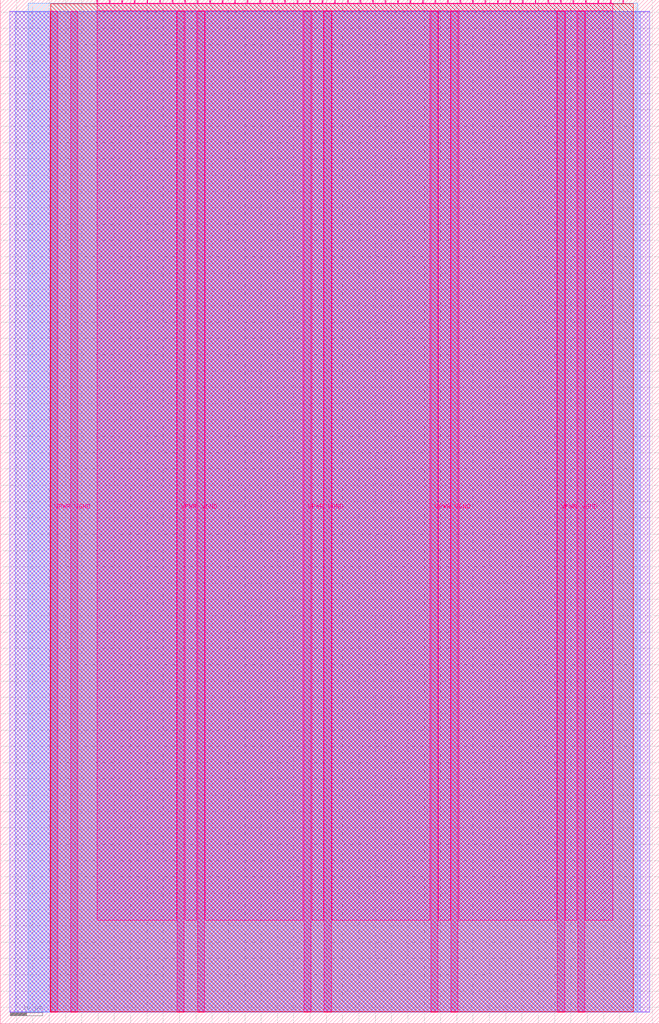
<source format=lef>
VERSION 5.7 ;
  NOWIREEXTENSIONATPIN ON ;
  DIVIDERCHAR "/" ;
  BUSBITCHARS "[]" ;
MACRO tt_um_rodald_cpr
  CLASS BLOCK ;
  FOREIGN tt_um_rodald_cpr ;
  ORIGIN 0.000 0.000 ;
  SIZE 202.080 BY 313.740 ;
  PIN VGND
    DIRECTION INOUT ;
    USE GROUND ;
    PORT
      LAYER Metal5 ;
        RECT 21.580 3.560 23.780 310.180 ;
    END
    PORT
      LAYER Metal5 ;
        RECT 60.450 3.560 62.650 310.180 ;
    END
    PORT
      LAYER Metal5 ;
        RECT 99.320 3.560 101.520 310.180 ;
    END
    PORT
      LAYER Metal5 ;
        RECT 138.190 3.560 140.390 310.180 ;
    END
    PORT
      LAYER Metal5 ;
        RECT 177.060 3.560 179.260 310.180 ;
    END
  END VGND
  PIN VPWR
    DIRECTION INOUT ;
    USE POWER ;
    PORT
      LAYER Metal5 ;
        RECT 15.380 3.560 17.580 310.180 ;
    END
    PORT
      LAYER Metal5 ;
        RECT 54.250 3.560 56.450 310.180 ;
    END
    PORT
      LAYER Metal5 ;
        RECT 93.120 3.560 95.320 310.180 ;
    END
    PORT
      LAYER Metal5 ;
        RECT 131.990 3.560 134.190 310.180 ;
    END
    PORT
      LAYER Metal5 ;
        RECT 170.860 3.560 173.060 310.180 ;
    END
  END VPWR
  PIN clk
    DIRECTION INPUT ;
    USE SIGNAL ;
    ANTENNAGATEAREA 0.426400 ;
    PORT
      LAYER Metal5 ;
        RECT 187.050 312.740 187.350 313.740 ;
    END
  END clk
  PIN ena
    DIRECTION INPUT ;
    USE SIGNAL ;
    PORT
      LAYER Metal5 ;
        RECT 190.890 312.740 191.190 313.740 ;
    END
  END ena
  PIN rst_n
    DIRECTION INPUT ;
    USE SIGNAL ;
    ANTENNAGATEAREA 0.314600 ;
    PORT
      LAYER Metal5 ;
        RECT 183.210 312.740 183.510 313.740 ;
    END
  END rst_n
  PIN ui_in[0]
    DIRECTION INPUT ;
    USE SIGNAL ;
    ANTENNAGATEAREA 0.314600 ;
    PORT
      LAYER Metal5 ;
        RECT 179.370 312.740 179.670 313.740 ;
    END
  END ui_in[0]
  PIN ui_in[1]
    DIRECTION INPUT ;
    USE SIGNAL ;
    ANTENNAGATEAREA 0.314600 ;
    PORT
      LAYER Metal5 ;
        RECT 175.530 312.740 175.830 313.740 ;
    END
  END ui_in[1]
  PIN ui_in[2]
    DIRECTION INPUT ;
    USE SIGNAL ;
    ANTENNAGATEAREA 0.314600 ;
    PORT
      LAYER Metal5 ;
        RECT 171.690 312.740 171.990 313.740 ;
    END
  END ui_in[2]
  PIN ui_in[3]
    DIRECTION INPUT ;
    USE SIGNAL ;
    ANTENNAGATEAREA 0.314600 ;
    PORT
      LAYER Metal5 ;
        RECT 167.850 312.740 168.150 313.740 ;
    END
  END ui_in[3]
  PIN ui_in[4]
    DIRECTION INPUT ;
    USE SIGNAL ;
    ANTENNAGATEAREA 0.213200 ;
    PORT
      LAYER Metal5 ;
        RECT 164.010 312.740 164.310 313.740 ;
    END
  END ui_in[4]
  PIN ui_in[5]
    DIRECTION INPUT ;
    USE SIGNAL ;
    ANTENNAGATEAREA 0.213200 ;
    PORT
      LAYER Metal5 ;
        RECT 160.170 312.740 160.470 313.740 ;
    END
  END ui_in[5]
  PIN ui_in[6]
    DIRECTION INPUT ;
    USE SIGNAL ;
    ANTENNAGATEAREA 0.213200 ;
    PORT
      LAYER Metal5 ;
        RECT 156.330 312.740 156.630 313.740 ;
    END
  END ui_in[6]
  PIN ui_in[7]
    DIRECTION INPUT ;
    USE SIGNAL ;
    ANTENNAGATEAREA 0.213200 ;
    PORT
      LAYER Metal5 ;
        RECT 152.490 312.740 152.790 313.740 ;
    END
  END ui_in[7]
  PIN uio_in[0]
    DIRECTION INPUT ;
    USE SIGNAL ;
    PORT
      LAYER Metal5 ;
        RECT 148.650 312.740 148.950 313.740 ;
    END
  END uio_in[0]
  PIN uio_in[1]
    DIRECTION INPUT ;
    USE SIGNAL ;
    PORT
      LAYER Metal5 ;
        RECT 144.810 312.740 145.110 313.740 ;
    END
  END uio_in[1]
  PIN uio_in[2]
    DIRECTION INPUT ;
    USE SIGNAL ;
    PORT
      LAYER Metal5 ;
        RECT 140.970 312.740 141.270 313.740 ;
    END
  END uio_in[2]
  PIN uio_in[3]
    DIRECTION INPUT ;
    USE SIGNAL ;
    PORT
      LAYER Metal5 ;
        RECT 137.130 312.740 137.430 313.740 ;
    END
  END uio_in[3]
  PIN uio_in[4]
    DIRECTION INPUT ;
    USE SIGNAL ;
    PORT
      LAYER Metal5 ;
        RECT 133.290 312.740 133.590 313.740 ;
    END
  END uio_in[4]
  PIN uio_in[5]
    DIRECTION INPUT ;
    USE SIGNAL ;
    PORT
      LAYER Metal5 ;
        RECT 129.450 312.740 129.750 313.740 ;
    END
  END uio_in[5]
  PIN uio_in[6]
    DIRECTION INPUT ;
    USE SIGNAL ;
    PORT
      LAYER Metal5 ;
        RECT 125.610 312.740 125.910 313.740 ;
    END
  END uio_in[6]
  PIN uio_in[7]
    DIRECTION INPUT ;
    USE SIGNAL ;
    PORT
      LAYER Metal5 ;
        RECT 121.770 312.740 122.070 313.740 ;
    END
  END uio_in[7]
  PIN uio_oe[0]
    DIRECTION OUTPUT ;
    USE SIGNAL ;
    ANTENNADIFFAREA 0.392700 ;
    PORT
      LAYER Metal5 ;
        RECT 56.490 312.740 56.790 313.740 ;
    END
  END uio_oe[0]
  PIN uio_oe[1]
    DIRECTION OUTPUT ;
    USE SIGNAL ;
    ANTENNADIFFAREA 0.392700 ;
    PORT
      LAYER Metal5 ;
        RECT 52.650 312.740 52.950 313.740 ;
    END
  END uio_oe[1]
  PIN uio_oe[2]
    DIRECTION OUTPUT ;
    USE SIGNAL ;
    ANTENNADIFFAREA 0.392700 ;
    PORT
      LAYER Metal5 ;
        RECT 48.810 312.740 49.110 313.740 ;
    END
  END uio_oe[2]
  PIN uio_oe[3]
    DIRECTION OUTPUT ;
    USE SIGNAL ;
    ANTENNADIFFAREA 0.392700 ;
    PORT
      LAYER Metal5 ;
        RECT 44.970 312.740 45.270 313.740 ;
    END
  END uio_oe[3]
  PIN uio_oe[4]
    DIRECTION OUTPUT ;
    USE SIGNAL ;
    ANTENNADIFFAREA 0.392700 ;
    PORT
      LAYER Metal5 ;
        RECT 41.130 312.740 41.430 313.740 ;
    END
  END uio_oe[4]
  PIN uio_oe[5]
    DIRECTION OUTPUT ;
    USE SIGNAL ;
    ANTENNADIFFAREA 0.392700 ;
    PORT
      LAYER Metal5 ;
        RECT 37.290 312.740 37.590 313.740 ;
    END
  END uio_oe[5]
  PIN uio_oe[6]
    DIRECTION OUTPUT ;
    USE SIGNAL ;
    ANTENNADIFFAREA 0.392700 ;
    PORT
      LAYER Metal5 ;
        RECT 33.450 312.740 33.750 313.740 ;
    END
  END uio_oe[6]
  PIN uio_oe[7]
    DIRECTION OUTPUT ;
    USE SIGNAL ;
    ANTENNADIFFAREA 0.392700 ;
    PORT
      LAYER Metal5 ;
        RECT 29.610 312.740 29.910 313.740 ;
    END
  END uio_oe[7]
  PIN uio_out[0]
    DIRECTION OUTPUT ;
    USE SIGNAL ;
    ANTENNADIFFAREA 0.677200 ;
    PORT
      LAYER Metal5 ;
        RECT 87.210 312.740 87.510 313.740 ;
    END
  END uio_out[0]
  PIN uio_out[1]
    DIRECTION OUTPUT ;
    USE SIGNAL ;
    ANTENNADIFFAREA 0.988000 ;
    PORT
      LAYER Metal5 ;
        RECT 83.370 312.740 83.670 313.740 ;
    END
  END uio_out[1]
  PIN uio_out[2]
    DIRECTION OUTPUT ;
    USE SIGNAL ;
    ANTENNADIFFAREA 0.677200 ;
    PORT
      LAYER Metal5 ;
        RECT 79.530 312.740 79.830 313.740 ;
    END
  END uio_out[2]
  PIN uio_out[3]
    DIRECTION OUTPUT ;
    USE SIGNAL ;
    ANTENNADIFFAREA 0.677200 ;
    PORT
      LAYER Metal5 ;
        RECT 75.690 312.740 75.990 313.740 ;
    END
  END uio_out[3]
  PIN uio_out[4]
    DIRECTION OUTPUT ;
    USE SIGNAL ;
    ANTENNADIFFAREA 0.677200 ;
    PORT
      LAYER Metal5 ;
        RECT 71.850 312.740 72.150 313.740 ;
    END
  END uio_out[4]
  PIN uio_out[5]
    DIRECTION OUTPUT ;
    USE SIGNAL ;
    ANTENNADIFFAREA 0.677200 ;
    PORT
      LAYER Metal5 ;
        RECT 68.010 312.740 68.310 313.740 ;
    END
  END uio_out[5]
  PIN uio_out[6]
    DIRECTION OUTPUT ;
    USE SIGNAL ;
    ANTENNADIFFAREA 1.023000 ;
    PORT
      LAYER Metal5 ;
        RECT 64.170 312.740 64.470 313.740 ;
    END
  END uio_out[6]
  PIN uio_out[7]
    DIRECTION OUTPUT ;
    USE SIGNAL ;
    ANTENNADIFFAREA 1.413600 ;
    PORT
      LAYER Metal5 ;
        RECT 60.330 312.740 60.630 313.740 ;
    END
  END uio_out[7]
  PIN uo_out[0]
    DIRECTION OUTPUT ;
    USE SIGNAL ;
    ANTENNADIFFAREA 0.988000 ;
    PORT
      LAYER Metal5 ;
        RECT 117.930 312.740 118.230 313.740 ;
    END
  END uo_out[0]
  PIN uo_out[1]
    DIRECTION OUTPUT ;
    USE SIGNAL ;
    ANTENNADIFFAREA 0.677200 ;
    PORT
      LAYER Metal5 ;
        RECT 114.090 312.740 114.390 313.740 ;
    END
  END uo_out[1]
  PIN uo_out[2]
    DIRECTION OUTPUT ;
    USE SIGNAL ;
    ANTENNADIFFAREA 0.988000 ;
    PORT
      LAYER Metal5 ;
        RECT 110.250 312.740 110.550 313.740 ;
    END
  END uo_out[2]
  PIN uo_out[3]
    DIRECTION OUTPUT ;
    USE SIGNAL ;
    ANTENNADIFFAREA 0.988000 ;
    PORT
      LAYER Metal5 ;
        RECT 106.410 312.740 106.710 313.740 ;
    END
  END uo_out[3]
  PIN uo_out[4]
    DIRECTION OUTPUT ;
    USE SIGNAL ;
    ANTENNADIFFAREA 0.988000 ;
    PORT
      LAYER Metal5 ;
        RECT 102.570 312.740 102.870 313.740 ;
    END
  END uo_out[4]
  PIN uo_out[5]
    DIRECTION OUTPUT ;
    USE SIGNAL ;
    ANTENNADIFFAREA 0.988000 ;
    PORT
      LAYER Metal5 ;
        RECT 98.730 312.740 99.030 313.740 ;
    END
  END uo_out[5]
  PIN uo_out[6]
    DIRECTION OUTPUT ;
    USE SIGNAL ;
    ANTENNADIFFAREA 1.023000 ;
    PORT
      LAYER Metal5 ;
        RECT 94.890 312.740 95.190 313.740 ;
    END
  END uo_out[6]
  PIN uo_out[7]
    DIRECTION OUTPUT ;
    USE SIGNAL ;
    ANTENNADIFFAREA 0.988000 ;
    PORT
      LAYER Metal5 ;
        RECT 91.050 312.740 91.350 313.740 ;
    END
  END uo_out[7]
  OBS
      LAYER GatPoly ;
        RECT 2.880 3.630 199.200 310.110 ;
      LAYER Metal1 ;
        RECT 2.880 3.560 199.200 310.180 ;
      LAYER Metal2 ;
        RECT 4.610 3.680 196.225 310.060 ;
      LAYER Metal3 ;
        RECT 8.540 3.635 195.460 312.625 ;
      LAYER Metal4 ;
        RECT 15.515 3.680 194.065 312.580 ;
      LAYER Metal5 ;
        RECT 30.120 312.530 33.240 312.740 ;
        RECT 33.960 312.530 37.080 312.740 ;
        RECT 37.800 312.530 40.920 312.740 ;
        RECT 41.640 312.530 44.760 312.740 ;
        RECT 45.480 312.530 48.600 312.740 ;
        RECT 49.320 312.530 52.440 312.740 ;
        RECT 53.160 312.530 56.280 312.740 ;
        RECT 57.000 312.530 60.120 312.740 ;
        RECT 60.840 312.530 63.960 312.740 ;
        RECT 64.680 312.530 67.800 312.740 ;
        RECT 68.520 312.530 71.640 312.740 ;
        RECT 72.360 312.530 75.480 312.740 ;
        RECT 76.200 312.530 79.320 312.740 ;
        RECT 80.040 312.530 83.160 312.740 ;
        RECT 83.880 312.530 87.000 312.740 ;
        RECT 87.720 312.530 90.840 312.740 ;
        RECT 91.560 312.530 94.680 312.740 ;
        RECT 95.400 312.530 98.520 312.740 ;
        RECT 99.240 312.530 102.360 312.740 ;
        RECT 103.080 312.530 106.200 312.740 ;
        RECT 106.920 312.530 110.040 312.740 ;
        RECT 110.760 312.530 113.880 312.740 ;
        RECT 114.600 312.530 117.720 312.740 ;
        RECT 118.440 312.530 121.560 312.740 ;
        RECT 122.280 312.530 125.400 312.740 ;
        RECT 126.120 312.530 129.240 312.740 ;
        RECT 129.960 312.530 133.080 312.740 ;
        RECT 133.800 312.530 136.920 312.740 ;
        RECT 137.640 312.530 140.760 312.740 ;
        RECT 141.480 312.530 144.600 312.740 ;
        RECT 145.320 312.530 148.440 312.740 ;
        RECT 149.160 312.530 152.280 312.740 ;
        RECT 153.000 312.530 156.120 312.740 ;
        RECT 156.840 312.530 159.960 312.740 ;
        RECT 160.680 312.530 163.800 312.740 ;
        RECT 164.520 312.530 167.640 312.740 ;
        RECT 168.360 312.530 171.480 312.740 ;
        RECT 172.200 312.530 175.320 312.740 ;
        RECT 176.040 312.530 179.160 312.740 ;
        RECT 179.880 312.530 183.000 312.740 ;
        RECT 183.720 312.530 186.840 312.740 ;
        RECT 187.560 312.530 187.780 312.740 ;
        RECT 29.660 310.390 187.780 312.530 ;
        RECT 29.660 31.775 54.040 310.390 ;
        RECT 56.660 31.775 60.240 310.390 ;
        RECT 62.860 31.775 92.910 310.390 ;
        RECT 95.530 31.775 99.110 310.390 ;
        RECT 101.730 31.775 131.780 310.390 ;
        RECT 134.400 31.775 137.980 310.390 ;
        RECT 140.600 31.775 170.650 310.390 ;
        RECT 173.270 31.775 176.850 310.390 ;
        RECT 179.470 31.775 187.780 310.390 ;
  END
END tt_um_rodald_cpr
END LIBRARY


</source>
